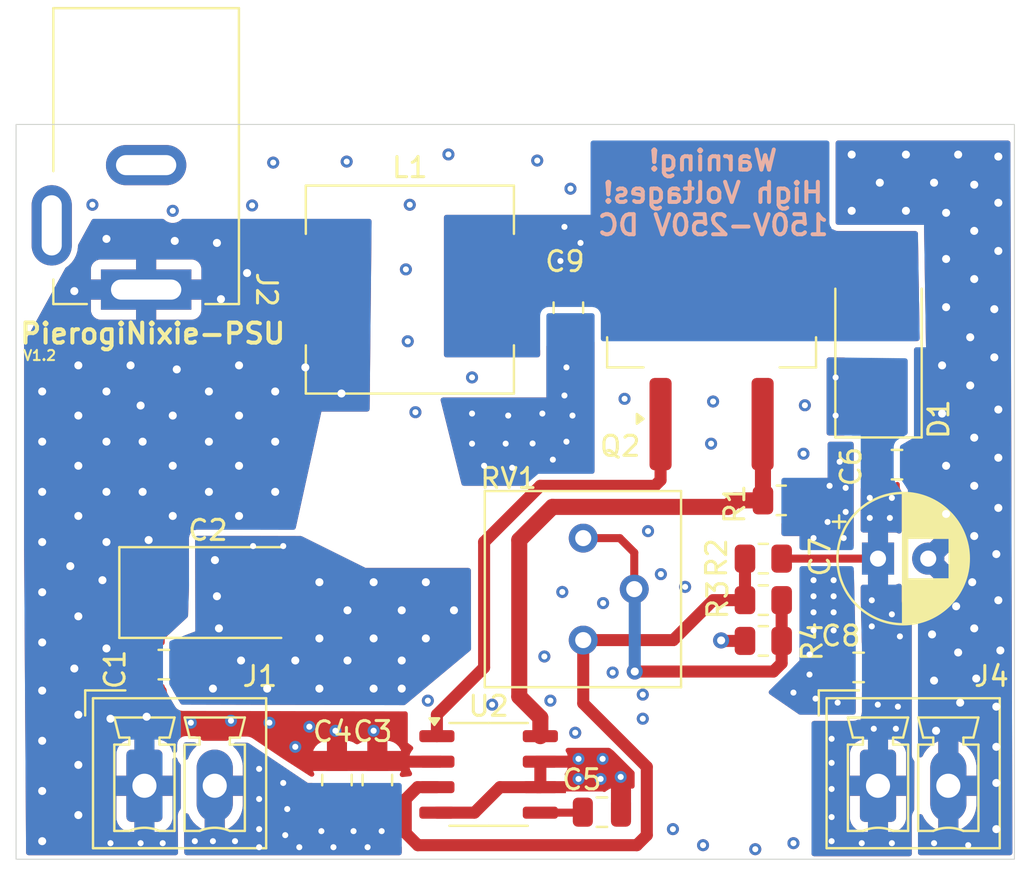
<source format=kicad_pcb>
(kicad_pcb (version 20240108) (generator "pcbnew") (generator_version "8.0")
  (layers (0 "F.Cu" signal) (1 "In1.Cu" power) (2 "In2.Cu" power) (31 "B.Cu" signal) (34 "B.Paste" user) (35 "F.Paste" user) (36 "B.SilkS" user "B.Silkscreen") (37 "F.SilkS" user "F.Silkscreen") (38 "B.Mask" user) (39 "F.Mask" user) (44 "Edge.Cuts" user))
  (net 0 "")
  (net 1 "GND")
  (net 2 "/FB")
  (net 3 "Net-(D1-A)")
  (net 4 "Net-(R3-Pad1)")
  (net 5 "+12V")
  (net 6 "Net-(U2-REF)")
  (net 7 "VCC")
  (net 8 "Net-(Q2-S)")
  (net 9 "Net-(Q2-G)")
  (footprint "Package_TO_SOT_SMD:TO-263-2" (layer "F.Cu") (at 55.425 28.675 90)
    (property "Reference" "Q2" (at -8.75 -4.55 180) (layer "F.SilkS"))
    (property "Value" "IRF740" (hide yes))
    (pad "1" smd roundrect (at -7.65 -2.54 90) (size 4.6 1.1) (layers "F.Cu" "F.Paste" "F.Mask") (roundrect_rratio 0.227273) (net 9 "Net-(Q2-G)"))
    (pad "2" smd roundrect (at -0.925 -2.775 90) (size 4.55 5.25) (layers "F.Cu" "F.Paste") (roundrect_rratio 0.054945) (net 3 "Net-(D1-A)"))
    (pad "2" smd roundrect (at -0.925 2.775 90) (size 4.55 5.25) (layers "F.Cu" "F.Paste") (roundrect_rratio 0.054945) (net 3 "Net-(D1-A)"))
    (pad "2" smd roundrect (at 1.5 0 90) (size 9.4 10.8) (layers "F.Cu" "F.Mask") (roundrect_rratio 0.026596) (net 3 "Net-(D1-A)"))
    (pad "2" smd roundrect (at 3.925 -2.775 90) (size 4.55 5.25) (layers "F.Cu" "F.Paste") (roundrect_rratio 0.054945) (net 3 "Net-(D1-A)"))
    (pad "2" smd roundrect (at 3.925 2.775 90) (size 4.55 5.25) (layers "F.Cu" "F.Paste") (roundrect_rratio 0.054945) (net 3 "Net-(D1-A)"))
    (pad "3" smd roundrect (at -7.65 2.54 90) (size 4.6 1.1) (layers "F.Cu" "F.Paste" "F.Mask") (roundrect_rratio 0.227273) (net 8 "Net-(Q2-S)"))
  )
  (footprint "MountingHole:MountingHole_3.5mm" (layer "F.Cu") (at 56.455 53.225)
    (property "Reference" "H1" (hide yes))
    (property "Value" "MountingHole" (hide yes))
    (pad "" np_thru_hole circle (at 0 0) (size 3.5 3.5) (drill 3.5) (layers "*.Cu" "*.Mask"))
  )
  (footprint "Inductor_SMD:L_Vishay_IHLP-4040" (layer "F.Cu") (at 40.405 29.625)
    (property "Reference" "L1" (at 0 -6.08 0) (layer "F.SilkS"))
    (property "Value" "100uH" (hide yes))
    (pad "1" smd rect (at -4.5075 0) (size 3.175 4.95) (layers "F.Cu" "F.Paste" "F.Mask") (net 5 "+12V"))
    (pad "2" smd rect (at 4.5075 0) (size 3.175 4.95) (layers "F.Cu" "F.Paste" "F.Mask") (net 3 "Net-(D1-A)"))
  )
  (footprint "Package_SO:SO-8_3.9x4.9mm_P1.27mm" (layer "F.Cu") (at 44.325 53.775)
    (property "Reference" "U2" (at 0 -3.4 0) (layer "F.SilkS"))
    (property "Value" "MAX1771xSA" (hide yes))
    (pad "1" smd roundrect (at -2.575 -1.905) (size 1.75 0.6) (layers "F.Cu" "F.Paste" "F.Mask") (net 9 "Net-(Q2-G)"))
    (pad "2" smd roundrect (at -2.575 -0.635) (size 1.75 0.6) (layers "F.Cu" "F.Paste" "F.Mask") (net 5 "+12V"))
    (pad "3" smd roundrect (at -2.575 0.635) (size 1.75 0.6) (layers "F.Cu" "F.Paste" "F.Mask") (net 2 "/FB"))
    (pad "4" smd roundrect (at -2.575 1.905) (size 1.75 0.6) (layers "F.Cu" "F.Paste" "F.Mask") (net 1 "GND"))
    (pad "5" smd roundrect (at 2.575 1.905) (size 1.75 0.6) (layers "F.Cu" "F.Paste" "F.Mask") (net 6 "Net-(U2-REF)"))
    (pad "6" smd roundrect (at 2.575 0.635) (size 1.75 0.6) (layers "F.Cu" "F.Paste" "F.Mask") (net 1 "GND"))
    (pad "7" smd roundrect (at 2.575 -0.635) (size 1.75 0.6) (layers "F.Cu" "F.Paste" "F.Mask") (net 1 "GND"))
    (pad "8" smd roundrect (at 2.575 -1.905) (size 1.75 0.6) (layers "F.Cu" "F.Paste" "F.Mask") (net 8 "Net-(Q2-S)"))
  )
  (footprint "MountingHole:MountingHole_3.5mm" (layer "F.Cu") (at 39.155 39.675)
    (property "Reference" "H2" (hide yes))
    (property "Value" "MountingHole" (hide yes))
    (pad "" np_thru_hole circle (at 0 0) (size 3.5 3.5) (drill 3.5) (layers "*.Cu" "*.Mask"))
  )
  (footprint "Connector_Phoenix_MC:PhoenixContact_MCV_1,5_2-G-3.5_1x02_P3.50mm_Vertical" (layer "F.Cu") (at 27.19 54.34)
    (property "Reference" "J1" (at 5.75 -5.45 0) (layer "F.SilkS"))
    (property "Value" "1984617" (hide yes))
    (pad "1" thru_hole roundrect (at 0 0) (size 1.8 3.6) (drill 1.2) (layers "*.Cu" "*.Mask") (roundrect_rratio 0.138889) (net 5 "+12V"))
    (pad "2" thru_hole oval (at 3.5 0) (size 1.8 3.6) (drill 1.2) (layers "*.Cu" "*.Mask") (net 1 "GND"))
  )
  (footprint "Capacitor_SMD:C_0805_2012Metric" (layer "F.Cu") (at 36.775 54.055 -90)
    (property "Reference" "C4" (at -2.41 0.22 0) (layer "F.SilkS"))
    (property "Value" "10uF" (hide yes))
    (pad "1" smd roundrect (at -0.95 0 270) (size 1 1.45) (layers "F.Cu" "F.Paste" "F.Mask") (net 5 "+12V"))
    (pad "2" smd roundrect (at 0.95 0 270) (size 1 1.45) (layers "F.Cu" "F.Paste" "F.Mask") (net 1 "GND"))
  )
  (footprint "Resistor_SMD:R_0805_2012Metric" (layer "F.Cu") (at 58 47.125 180)
    (property "Reference" "R4" (at -2.43 -0.03 90) (layer "F.SilkS"))
    (property "Value" "10K" (hide yes))
    (pad "1" smd roundrect (at -0.9125 0 180) (size 1.025 1.4) (layers "F.Cu" "F.Paste" "F.Mask") (roundrect_rratio 0.243902) (net 4 "Net-(R3-Pad1)"))
    (pad "2" smd roundrect (at 0.9125 0 180) (size 1.025 1.4) (layers "F.Cu" "F.Paste" "F.Mask") (roundrect_rratio 0.243902) (net 1 "GND"))
  )
  (footprint "Diode_SMD:D_SMB_Handsoldering" (layer "F.Cu") (at 63.735 32.28 90)
    (property "Reference" "D1" (at -3.8 3 90) (layer "F.SilkS"))
    (property "Value" "ES2F-E3" (hide yes))
    (pad "1" smd roundrect (at -2.7 0 90) (size 3.5 2.3) (layers "F.Cu" "F.Paste" "F.Mask") (roundrect_rratio 0.1086956522) (net 7 "VCC"))
    (pad "2" smd roundrect (at 2.7 0 90) (size 3.5 2.3) (layers "F.Cu" "F.Paste" "F.Mask") (roundrect_rratio 0.1086956522) (net 3 "Net-(D1-A)"))
  )
  (footprint "Resistor_SMD:R_0805_2012Metric" (layer "F.Cu") (at 58.895 40.125 180)
    (property "Reference" "R1" (at 2.32 -0.18 90) (layer "F.SilkS"))
    (property "Value" "50m" (hide yes))
    (pad "1" smd roundrect (at -0.9125 0 180) (size 1.025 1.4) (layers "F.Cu" "F.Paste" "F.Mask") (roundrect_rratio 0.243902) (net 1 "GND"))
    (pad "2" smd roundrect (at 0.9125 0 180) (size 1.025 1.4) (layers "F.Cu" "F.Paste" "F.Mask") (roundrect_rratio 0.243902) (net 8 "Net-(Q2-S)"))
  )
  (footprint "Connector_BarrelJack:BarrelJack_Kycon_KLDX-0202-xC_Horizontal" (layer "F.Cu") (at 27.275 29.625 -90)
    (property "Reference" "J2" (at 0 -6 -90) (layer "F.SilkS"))
    (property "Value" "Barrel Jack" (hide yes))
    (pad "1" thru_hole rect (at 0 0 270) (size 2 4.5) (drill oval 1 3.5) (layers "*.Cu" "*.Mask") (net 5 "+12V"))
    (pad "2" thru_hole oval (at -6.2 0 270) (size 2 4) (drill oval 1 3) (layers "*.Cu" "*.Mask") (net 1 "GND"))
    (pad "3" thru_hole oval (at -3.2 4.7) (size 2 4) (drill oval 1 3) (layers "*.Cu" "*.Mask"))
  )
  (footprint "Capacitor_SMD:C_0805_2012Metric" (layer "F.Cu") (at 62.745 48.445 180)
    (property "Reference" "C8" (at 0.89 1.57 180) (layer "F.SilkS"))
    (property "Value" "0.1uF" (hide yes))
    (pad "1" smd roundrect (at -0.95 0 180) (size 1 1.45) (layers "F.Cu" "F.Paste" "F.Mask") (net 7 "VCC"))
    (pad "2" smd roundrect (at 0.95 0 180) (size 1 1.45) (layers "F.Cu" "F.Paste" "F.Mask") (net 1 "GND"))
  )
  (footprint "Capacitor_SMD:C_0805_2012Metric" (layer "F.Cu") (at 49.965 55.655)
    (property "Reference" "C5" (at -1 -1.62 180) (layer "F.SilkS"))
    (property "Value" "0.1uF" (hide yes))
    (pad "1" smd roundrect (at -0.95 0) (size 1 1.45) (layers "F.Cu" "F.Paste" "F.Mask") (net 6 "Net-(U2-REF)"))
    (pad "2" smd roundrect (at 0.95 0) (size 1 1.45) (layers "F.Cu" "F.Paste" "F.Mask") (net 1 "GND"))
  )
  (footprint "Connector_Phoenix_MC:PhoenixContact_MCV_1,5_2-G-3.5_1x02_P3.50mm_Vertical" (layer "F.Cu") (at 63.71 54.34)
    (property "Reference" "J4" (at 5.65 -5.45 0) (layer "F.SilkS"))
    (property "Value" "1984617" (hide yes))
    (pad "1" thru_hole roundrect (at 0 0) (size 1.8 3.6) (drill 1.2) (layers "*.Cu" "*.Mask") (roundrect_rratio 0.138889) (net 7 "VCC"))
    (pad "2" thru_hole oval (at 3.5 0) (size 1.8 3.6) (drill 1.2) (layers "*.Cu" "*.Mask") (net 1 "GND"))
  )
  (footprint "Capacitor_SMD:C_0805_2012Metric" (layer "F.Cu") (at 48.295 30.525 -90)
    (property "Reference" "C9" (at -2.3 0.17 180) (layer "F.SilkS"))
    (property "Value" "0.1uF" (hide yes))
    (pad "1" smd roundrect (at -0.95 0 270) (size 1 1.45) (layers "F.Cu" "F.Paste" "F.Mask") (net 3 "Net-(D1-A)"))
    (pad "2" smd roundrect (at 0.95 0 270) (size 1 1.45) (layers "F.Cu" "F.Paste" "F.Mask") (net 1 "GND"))
  )
  (footprint "Resistor_SMD:R_0805_2012Metric" (layer "F.Cu") (at 58 43.025)
    (property "Reference" "R2" (at -2.33 -0.03 90) (layer "F.SilkS"))
    (property "Value" "1.5M" (hide yes))
    (pad "1" smd roundrect (at -0.9125 0) (size 1.025 1.4) (layers "F.Cu" "F.Paste" "F.Mask") (roundrect_rratio 0.243902) (net 2 "/FB"))
    (pad "2" smd roundrect (at 0.9125 0) (size 1.025 1.4) (layers "F.Cu" "F.Paste" "F.Mask") (roundrect_rratio 0.243902) (net 7 "VCC"))
  )
  (footprint "Capacitor_THT:CP_Radial_D6.3mm_P2.50mm" (layer "F.Cu") (at 63.709759 43.025)
    (property "Reference" "C7" (at -2.884759 -0.084759 90) (layer "F.SilkS"))
    (property "Value" "4.7uF" (hide yes))
    (pad "1" thru_hole rect (at 0 0) (size 1.6 1.6) (drill 0.8) (layers "*.Cu" "*.Mask") (net 7 "VCC"))
    (pad "2" thru_hole circle (at 2.5 0) (size 1.6 1.6) (drill 0.8) (layers "*.Cu" "*.Mask") (net 1 "GND"))
  )
  (footprint "Capacitor_SMD:C_0805_2012Metric" (layer "F.Cu") (at 28.155 48.305)
    (property "Reference" "C1" (at -2.43 0.24 90) (layer "F.SilkS"))
    (property "Value" "0.1uF" (hide yes))
    (pad "1" smd roundrect (at -0.95 0) (size 1 1.45) (layers "F.Cu" "F.Paste" "F.Mask") (net 5 "+12V"))
    (pad "2" smd roundrect (at 0.95 0) (size 1 1.45) (layers "F.Cu" "F.Paste" "F.Mask") (net 1 "GND"))
  )
  (footprint "Potentiometer_THT:Potentiometer_Bourns_3386P_Vertical" (layer "F.Cu") (at 49.035 47.085)
    (property "Reference" "RV1" (at -3.715 -8.055 0) (layer "F.SilkS"))
    (property "Value" "5K" (hide yes))
    (pad "1" thru_hole circle (at 0 0) (size 1.44 1.44) (drill 0.8) (layers "*.Cu" "*.Mask") (net 2 "/FB"))
    (pad "2" thru_hole circle (at 2.54 -2.54) (size 1.44 1.44) (drill 0.8) (layers "*.Cu" "*.Mask") (net 4 "Net-(R3-Pad1)"))
    (pad "3" thru_hole circle (at 0 -5.08) (size 1.44 1.44) (drill 0.8) (layers "*.Cu" "*.Mask") (net 4 "Net-(R3-Pad1)"))
  )
  (footprint "Resistor_SMD:R_0805_2012Metric" (layer "F.Cu") (at 58 45.095 180)
    (property "Reference" "R3" (at 2.27 0.03 90) (layer "F.SilkS"))
    (property "Value" "3.4K" (hide yes))
    (pad "1" smd roundrect (at -0.9125 0 180) (size 1.025 1.4) (layers "F.Cu" "F.Paste" "F.Mask") (roundrect_rratio 0.243902) (net 4 "Net-(R3-Pad1)"))
    (pad "2" smd roundrect (at 0.9125 0 180) (size 1.025 1.4) (layers "F.Cu" "F.Paste" "F.Mask") (roundrect_rratio 0.243902) (net 2 "/FB"))
  )
  (footprint "Capacitor_SMD:C_0805_2012Metric" (layer "F.Cu") (at 38.785 54.055 -90)
    (property "Reference" "C3" (at -2.42 0.23 0) (layer "F.SilkS"))
    (property "Value" "0.1uF" (hide yes))
    (pad "1" smd roundrect (at -0.95 0 270) (size 1 1.45) (layers "F.Cu" "F.Paste" "F.Mask") (net 5 "+12V"))
    (pad "2" smd roundrect (at 0.95 0 270) (size 1 1.45) (layers "F.Cu" "F.Paste" "F.Mask") (net 1 "GND"))
  )
  (footprint "Capacitor_SMD:C_0805_2012Metric" (layer "F.Cu") (at 64.655 38.345)
    (property "Reference" "C6" (at -2.29 0.1 90) (layer "F.SilkS"))
    (property "Value" "0.1uF" (hide yes))
    (pad "1" smd roundrect (at -0.95 0) (size 1 1.45) (layers "F.Cu" "F.Paste" "F.Mask") (net 7 "VCC"))
    (pad "2" smd roundrect (at 0.95 0) (size 1 1.45) (layers "F.Cu" "F.Paste" "F.Mask") (net 1 "GND"))
  )
  (footprint "Capacitor_Tantalum_SMD:CP_EIA-7343-30_AVX-N" (layer "F.Cu") (at 30.35 44.715)
    (property "Reference" "C2" (at 0 -3.1 0) (layer "F.SilkS"))
    (property "Value" "100uF" (hide yes))
    (pad "1" smd roundrect (at -3.1125 0) (size 2.075 2.55) (layers "F.Cu" "F.Paste" "F.Mask") (roundrect_rratio 0.120482) (net 5 "+12V"))
    (pad "2" smd roundrect (at 3.1125 0) (size 2.075 2.55) (layers "F.Cu" "F.Paste" "F.Mask") (roundrect_rratio 0.120482) (net 1 "GND"))
  )
  (gr_rect (start 20.8 21.4) (end 70.5 58) (stroke (width 0.05)) (fill none) (layer "Edge.Cuts"))
  (gr_text "Warning!\nHigh Voltages!\n150V-250V DC" (at 55.5 27 0) (layer "B.SilkS") (effects (font (size 1 1) (thickness 0.2) (bold yes)) (justify bottom mirror)))
  (gr_text "PierogiNixie-PSU" (at 20.9 32.4 0) (layer "F.SilkS") (effects (font (size 1 1) (thickness 0.2) (bold yes)) (justify left bottom)))
  (gr_text "V1.2" (at 21.1 33.2 0) (layer "F.SilkS") (effects (font (size 0.5 0.5) (thickness 0.1)) (justify left bottom)))
  (segment (start 55.925 47.125) (end 55.9 47.1) (width 0.6) (layer "F.Cu") (net 1))
  (segment (start 46.9 54.41) (end 44.89 54.41) (width 0.6) (layer "F.Cu") (net 1))
  (segment (start 43.62 55.68) (end 41.75 55.68) (width 0.6) (layer "F.Cu") (net 1))
  (segment (start 44.89 54.41) (end 43.62 55.68) (width 0.6) (layer "F.Cu") (net 1))
  (segment (start 57.0875 47.125) (end 55.925 47.125) (width 0.6) (layer "F.Cu") (net 1))
  (via (at 32.6 42.4) (size 0.6) (drill 0.3) (layers "F.Cu" "B.Cu") (net 1))
  (via (at 44.5 50.3) (size 0.6) (drill 0.3) (layers "F.Cu" "B.Cu") (net 1))
  (via (at 45.3 35.9) (size 0.6) (drill 0.3) (layers "F.Cu" "B.Cu") (net 1))
  (via (at 47.1 47.9) (size 0.6) (drill 0.3) (layers "F.Cu" "B.Cu") (net 1))
  (via (at 41.2 44.2) (size 0.8) (drill 0.4) (layers "F.Cu" "B.Cu") (net 1))
  (via (at 35.9 49.5) (size 0.8) (drill 0.4) (layers "F.Cu" "B.Cu") (net 1))
  (via (at 63.8 24.3) (size 0.8) (drill 0.4) (layers "F.Cu" "B.Cu") (net 1))
  (via (at 48.1 34.9) (size 0.6) (drill 0.3) (layers "F.Cu" "B.Cu") (net 1))
  (via (at 69.6 42.8) (size 0.8) (drill 0.4) (layers "F.Cu" "B.Cu") (net 1))
  (via (at 34.1 42.4) (size 0.6) (drill 0.3) (layers "F.Cu" "B.Cu") (net 1))
  (via (at 50 53) (size 0.6) (drill 0.3) (layers "F.Cu" "B.Cu") (net 1))
  (via (at 48.8 53) (size 0.6) (drill 0.3) (layers "F.Cu" "B.Cu") (net 1))
  (via (at 68.5 29.1) (size 0.8) (drill 0.4) (layers "F.Cu" "B.Cu") (net 1))
  (via (at 68.5 46.5) (size 0.8) (drill 0.4) (layers "F.Cu" "B.Cu") (net 1))
  (via (at 47.4 50.1) (size 0.6) (drill 0.3) (layers "F.Cu" "B.Cu") (net 1))
  (via (at 68.5 26.7) (size 0.8) (drill 0.4) (layers "F.Cu" "B.Cu") (net 1))
  (via (at 32 48.1) (size 0.8) (drill 0.4) (layers "F.Cu" "B.Cu") (net 1))
  (via (at 55.4 37.3) (size 0.6) (drill 0.3) (layers "F.Cu" "B.Cu") (net 1))
  (via (at 32.9 55) (size 0.6) (drill 0.3) (layers "F.Cu" "B.Cu") (net 1))
  (via (at 66.9 33.4) (size 0.8) (drill 0.4) (layers "F.Cu" "B.Cu") (net 1))
  (via (at 69.7 25.3) (size 0.8) (drill 0.4) (layers "F.Cu" "B.Cu") (net 1))
  (via (at 48.636801 51.699346) (size 0.6) (drill 0.3) (layers "F.Cu" "B.Cu") (net 1))
  (via (at 33.6 23.3) (size 0.6) (drill 0.3) (layers "F.Cu" "B.Cu") (net 1))
  (via (at 43.5 35.8) (size 0.6) (drill 0.3) (layers "F.Cu" "B.Cu") (net 1))
  (via (at 66.5 24.3) (size 0.8) (drill 0.4) (layers "F.Cu" "B.Cu") (net 1))
  (via (at 69.6 54.2) (size 0.8) (drill 0.4) (layers "F.Cu" "B.Cu") (net 1))
  (via (at 61.7 50.2) (size 0.6) (drill 0.3) (layers "F.Cu" "B.Cu") (net 1))
  (via (at 67.6 45.4) (size 0.8) (drill 0.4) (layers "F.Cu" "B.Cu") (net 1))
  (via (at 42.6 45.6) (size 0.8) (drill 0.4) (layers "F.Cu" "B.Cu") (net 1))
  (via (at 48.8 54) (size 0.6) (drill 0.3) (layers "F.Cu" "B.Cu") (net 1))
  (via (at 69.6 52.4) (size 0.8) (drill 0.4) (layers "F.Cu" "B.Cu") (net 1))
  (via (at 59.5 57.2) (size 0.6) (drill 0.3) (layers "F.Cu" "B.Cu") (net 1))
  (via (at 35.9 47) (size 0.8) (drill 0.4) (layers "F.Cu" "B.Cu") (net 1))
  (via (at 66.5 57.2) (size 0.6) (drill 0.3) (layers "F.Cu" "B.Cu") (net 1))
  (via (at 47 35.8) (size 0.6) (drill 0.3) (layers "F.Cu" "B.Cu") (net 1))
  (via (at 37.3 45.6) (size 0.8) (drill 0.4) (layers "F.Cu" "B.Cu") (net 1))
  (via (at 40.206513 28.618586) (size 0.6) (drill 0.3) (layers "F.Cu" "B.Cu") (net 1))
  (via (at 60.3 48.8) (size 0.6) (drill 0.3) (layers "F.Cu" "B.Cu") (net 1))
  (via (at 68.4 44.2) (size 0.8) (drill 0.4) (layers "F.Cu" "B.Cu") (net 1))
  (via (at 55 57.3) (size 0.6) (drill 0.3) (layers "F.Cu" "B.Cu") (net 1))
  (via (at 67.8 50.2) (size 0.8) (drill 0.4) (layers "F.Cu" "B.Cu") (net 1))
  (via (at 66.5 49.1) (size 0.8) (drill 0.4) (layers "F.Cu" "B.Cu") (net 1))
  (via (at 30.9 46.5) (size 0.8) (drill 0.4) (layers "F.Cu" "B.Cu") (net 1))
  (via (at 68.5 37) (size 0.8) (drill 0.4) (layers "F.Cu" "B.Cu") (net 1))
  (via (at 31.7 57.1) (size 0.6) (drill 0.3) (layers "F.Cu" "B.Cu") (net 1))
  (via (at 60.5 44.1) (size 0.6) (drill 0.3) (layers "F.Cu" "B.Cu") (net 1))
  (via (at 62.4 25.7) (size 0.8) (drill 0.4) (layers "F.Cu" "B.Cu") (net 1))
  (via (at 69.5 30.6) (size 0.8) (drill 0.4) (layers "F.Cu" "B.Cu") (net 1))
  (via (at 32.550502 25.434227) (size 0.6) (drill 0.3) (layers "F.Cu" "B.Cu") (net 1))
  (via (at 30.7 43.1) (size 0.8) (drill 0.4) (layers "F.Cu" "B.Cu") (net 1))
  (via (at 34.1 54.2) (size 0.6) (drill 0.3) (layers "F.Cu" "B.Cu") (net 1))
  (via (at 48.2 37.2) (size 0.6) (drill 0.3) (layers "F.Cu" "B.Cu") (net 1))
  (via (at 61.8 38.2) (size 0.6) (drill 0.3) (layers "F.Cu" "B.Cu") (net 1))
  (via (at 65.1 25.7) (size 0.8) (drill 0.4) (layers "F.Cu" "B.Cu") (net 1))
  (via (at 38.6 47) (size 0.8) (drill 0.4) (layers "F.Cu" "B.Cu") (net 1))
  (via (at 43.5 34) (size 0.6) (drill 0.3) (layers "F.Cu" "B.Cu") (net 1))
  (via (at 61.5 44.1) (size 0.6) (drill 0.3) (layers "F.Cu" "B.Cu") (net 1))
  (via (at 69.7 23) (size 0.8) (drill 0.4) (layers "F.Cu" "B.Cu") (net 1))
  (via (at 57.6 57.5) (size 0.6) (drill 0.3) (layers "F.Cu" "B.Cu") (net 1))
  (via (at 69.7 35.6) (size 0.8) (drill 0.4) (layers "F.Cu" "B.Cu") (net 1))
  (via (at 68.5 41.9) (size 0.8) (drill 0.4) (layers "F.Cu" "B.Cu") (net 1))
  (via (at 60.5 44.9) (size 0.6) (drill 0.3) (layers "F.Cu" "B.Cu") (net 1))
  (via (at 62.4 22.9) (size 0.8) (drill 0.4) (layers "F.Cu" "B.Cu") (net 1))
  (via (at 68.5 24.4) (size 0.8) (drill 0.4) (layers "F.Cu" "B.Cu") (net 1))
  (via (at 69.5 33) (size 0.8) (drill 0.4) (layers "F.Cu" "B.Cu") (net 1))
  (via (at 53.5 56.5) (size 0.6) (drill 0.3) (layers "F.Cu" "B.Cu") (net 1))
  (via (at 30.8 44.9) (size 0.8) (drill 0.4) (layers "F.Cu" "B.Cu") (net 1))
  (via (at 60.070004 35.387977) (size 0.6) (drill 0.3) (layers "F.Cu" "B.Cu") (net 1))
  (via (at 40.3 32.2) (size 0.6) (drill 0.3) (layers "F.Cu" "B.Cu") (net 1))
  (via (at 67.7 47.7) (size 0.8) (drill 0.4) (layers "F.Cu" "B.Cu") (net 1))
  (via (at 47.522584 38.095358) (size 0.6) (drill 0.3) (layers "F.Cu" "B.Cu") (net 1))
  (via (at 35.9 44.2) (size 0.8) (drill 0.4) (layers "F.Cu" "B.Cu") (net 1))
  (via (at 41.3 50.1) (size 0.6) (drill 0.3) (layers "F.Cu" "B.Cu") (net 1))
  (via (at 55.9 47.1) (size 0.8) (drill 0.4) (layers "F.Cu" "B.Cu") (net 1))
  (via (at 60.6 50) (size 0.6) (drill 0.3) (layers "F.Cu" "B.Cu") (net 1))
  (via (at 46.744612 23.198401) (size 0.6) (drill 0.3) (layers "F.Cu" "B.Cu") (net 1))
  (via (at 40.68078 35.732579) (size 0.6) (drill 0.3) (layers "F.Cu" "B.Cu") (net 1))
  (via (at 32.9 53.5) (size 0.6) (drill 0.3) (layers "F.Cu" "B.Cu") (net 1))
  (via (at 61.5 44.9) (size 0.6) (drill 0.3) (layers "F.Cu" "B.Cu") (net 1))
  (via (at 66.9 35.8) (size 0.8) (drill 0.4) (layers "F.Cu" "B.Cu") (net 1))
  (via (at 48.2 33.5) (size 0.6) (drill 0.3) (layers "F.Cu" "B.Cu") (net 1))
  (via (at 60.5 45.7) (size 0.6) (drill 0.3) (layers "F.Cu" "B.Cu") (net 1))
  (via (at 59.5 49.7) (size 0.6) (drill 0.3) (layers "F.Cu" "B.Cu") (net 1))
  (via (at 36.6 57.4) (size 0.6) (drill 0.3) (layers "F.Cu" "B.Cu") (net 1))
  (via (at 69.7 40.5) (size 0.8) (drill 0.4) (layers "F.Cu" "B.Cu") (net 1))
  (via (at 68.3 34.4) (size 0.8) (drill 0.4) (layers "F.Cu" "B.Cu") (net 1))
  (via (at 62 42) (size 0.6) (drill 0.3) (layers "F.Cu" "B.Cu") (net 1))
  (via (at 62.1 39.5) (size 0.6) (drill 0.3) (layers "F.Cu" "B.Cu") (net 1))
  (via (at 32.9 56.5) (size 0.6) (drill 0.3) (layers "F.Cu" "B.Cu") (net 1))
  (via (at 52.9 43.8) (size 0.6) (drill 0.3) (layers "F.Cu" "B.Cu") (net 1))
  (via (at 38.6 49.5) (size 0.8) (drill 0.4) (layers "F.Cu" "B.Cu") (net 1))
  (via (at 37.3 48.1) (size 0.8) (drill 0.4) (layers "F.Cu" "B.Cu") (net 1))
  (via (at 49.9 54) (size 0.6) (drill 0.3) (layers "F.Cu" "B.Cu") (net 1))
  (via (at 69.6 50.4) (size 0.8) (drill 0.4) (layers "F.Cu" "B.Cu") (net 1))
  (via (at 60.5 42) (size 0.6) (drill 0.3) (layers "F.Cu" "B.Cu") (net 1))
  (via (at 67.1 30.5) (size 0.8) (drill 0.4) (layers "F.Cu" "B.Cu") (net 1))
  (via (at 42.323773 22.893516) (size 0.6) (drill 0.3) (layers "F.Cu" "B.Cu") (net 1))
  (via (at 50.9 53.9) (size 0.6) (drill 0.3) (layers "F.Cu" "B.Cu") (net 1))
  (via (at 55.5 35.2) (size 0.6) (drill 0.3) (layers "F.Cu" "B.Cu") (net 1))
  (via (at 52 51) (size 0.6) (drill 0.3) (layers "F.Cu" "B.Cu") (net 1))
  (via (at 68.2 57.3) (size 0.6) (drill 0.3) (layers "F.Cu" "B.Cu") (net 1))
  (via (at 50.5 48.7) (size 0.6) (drill 0.3) (layers "F.Cu" "B.Cu") (net 1))
  (via (at 40.4 25.4) (size 0.6) (drill 0.3) (layers "F.Cu" "B.Cu") (net 1))
  (via (at 38.3 57.4) (size 0.6) (drill 0.3) (layers "F.Cu" "B.Cu") (net 1))
  (via (at 44.1 38.4) (size 0.6) (drill 0.3) (layers "F.Cu" "B.Cu") (net 1))
  (via (at 50.024397 45.24116) (size 0.6) (drill 0.3) (layers "F.Cu" "B.Cu") (net 1))
  (via (at 69.6 56.5) (size 0.8) (drill 0.4) (layers "F.Cu" "B.Cu") (net 1))
  (via (at 65.1 22.9) (size 0.8) (drill 0.4) (layers "F.Cu" "B.Cu") (net 1))
  (via (at 69.7 27.7) (size 0.8) (drill 0.4) (layers "F.Cu" "B.Cu") (net 1))
  (via (at 34.9 57.4) (size 0.6) (drill 0.3) (layers "F.Cu" "B.Cu") (net 1))
  (via (at 30.6 57.1) (size 0.6) (drill 0.3) (layers "F.Cu" "B.Cu") (net 1))
  (via (at 39 56.6) (size 0.6) (drill 0.3) (layers "F.Cu" "B.Cu") (net 1))
  (via (at 45.173837 37.297386) (size 0.6) (drill 0.3) (layers "F.Cu" "B.Cu") (net 1))
  (via (at 48.5 35.9) (size 0.6) (drill 0.3) (layers "F.Cu" "B.Cu") (net 1))
  (via (at 37.259288 23.249215) (size 0.6) (drill 0.3) (layers "F.Cu" "B.Cu") (net 1))
  (via (at 29.7 57.1) (size 0.6) (drill 0.3) (layers "F.Cu" "B.Cu") (net 1))
  (via (at 43.5 37.3) (size 0.6) (drill 0.3) (layers "F.Cu" "B.Cu") (net 1))
  (via (at 61.2 41.2) (size 0.6) (drill 0.3) (layers "F.Cu" "B.Cu") (net 1))
  (via (at 62.1 40.7) (size 0.6) (drill 0.3) (layers "F.Cu" "B.Cu") (net 1))
  (via (at 60 37.8) (size 0.6) (drill 0.3) (layers "F.Cu" "B.Cu") (net 1))
  (via (at 34.3 55.5) (size 0.6) (drill 0.3) (layers "F.Cu" "B.Cu") (net 1))
  (via (at 45.5 38.5) (size 0.6) (drill 0.3) (layers "F.Cu" "B.Cu") (net 1))
  (via (at 61.3 39.4) (size 0.6) (drill 0.3) (layers "F.Cu" "B.Cu") (net 1))
  (via (at 46.513827 37.289858) (size 0.6) (drill 0.3) (layers "F.Cu" "B.Cu") (net 1))
  (via (at 68.3 32) (size 0.8) (drill 0.4) (layers "F.Cu" "B.Cu") (net 1))
  (via (at 47.993154 44.686982) (size 0.6) (drill 0.3) (layers "F.Cu" "B.Cu") (net 1))
  (via (at 69.8 47.6) (size 0.8) (drill 0.4) (layers "F.Cu" "B.Cu") (net 1))
  (via (at 68.6 49) (size 0.8) (drill 0.4) (layers "F.Cu" "B.Cu") (net 1))
  (via (at 60.5 46.6) (size 0.6) (drill 0.3) (layers "F.Cu" "B.Cu") (net 1))
  (via (at 67.1 40.8) (size 0.8) (drill 0.4) (layers "F.Cu" "B.Cu") (net 1))
  (via (at 52.26155 41.655066) (size 0.6) (drill 0.3) (layers "F.Cu" "B.Cu") (net 1))
  (via (at 36 56.6) (size 0.6) (drill 0.3) (layers "F.Cu" "B.Cu") (net 1))
  (via (at 40 48.1) (size 0.8) (drill 0.4) (layers "F.Cu" "B.Cu") (net 1))
  (via (at 67.7 22.9) (size 0.8) (drill 0.4) (layers "F.Cu" "B.Cu") (net 1))
  (via (at 67.1 38.4) (size 0.8) (drill 0.4) (layers "F.Cu" "B.Cu") (net 1))
  (via (at 33.3 49.5) (size 0.8) (drill 0.4) (layers "F.Cu" "B.Cu") (net 1))
  (via (at 24.6 25.4) (size 0.6) (drill 0.3) (layers "F.Cu" "B.Cu") (net 1))
  (via (at 32.9 57.4) (size 0.6) (drill 0.3) (layers "F.Cu" "B.Cu") (net 1))
  (via (at 69.7 38) (size 0.8) (drill 0.4) (layers "F.Cu" "B.Cu") (net 1))
  (via (at 69.7 45.1) (size 0.8) (drill 0.4) (layers "F.Cu" "B.Cu") (net 1))
  (via (at 30.6 49.5) (size 0.8) (drill 0.4) (layers "F.Cu" "B.Cu") (net 1))
  (via (at 52 49.8) (size 0.6) (drill 0.3) (layers "F.Cu" "B.Cu") (net 1))
  (via (at 38.6 44.2) (size 0.8) (drill 0.4) (layers "F.Cu" "B.Cu") (net 1))
  (via (at 34.7 48.1) (size 0.8) (drill 0.4) (layers "F.Cu" "B.Cu") (net 1))
  (via (at 34.2 56.8) (size 0.6) (drill 0.3) (layers "F.Cu" "B.Cu") (net 1))
  (via (at 67.1 28.1) (size 0.8) (drill 0.4) (layers "F.Cu" "B.Cu") (net 1))
  (via (at 66.6 51.6) (size 0.8) (drill 0.4) (layers "F.Cu" "B.Cu") (net 1))
  (via (at 66.4 46.8) (size 0.8) (drill 0.4) (layers "F.Cu" "B.Cu") (net 1))
  (via (at 61.5 45.7) (size 0.6) (drill 0.3) (layers "F.Cu" "B.Cu") (net 1))
  (via (at 54.1078 44.432911) (size 0.6) (drill 0.3) (layers "F.Cu" "B.Cu") (net 1))
  (via (at 61.5 46.6) (size 0.6) (drill 0.3) (layers "F.Cu" "B.Cu") (net 1))
  (via (at 40 45.6) (size 0.8) (drill 0.4) (layers "F.Cu" "B.Cu") (net 1))
  (via (at 67.1 25.8) (size 0.8) (drill 0.4) (layers "F.Cu" "B.Cu") (net 1))
  (via (at 51.092822 35.066153) (size 0.6) (drill 0.3) (layers "F.Cu" "B.Cu") (net 1))
  (via (at 60.3 47.8) (size 0.6) (drill 0.3) (layers "F.Cu" "B.Cu") (net 1))
  (via (at 37.6 56.6) (size 0.6) (drill 0.3) (layers "F.Cu" "B.Cu") (net 1))
  (via (at 41.2 47) (size 0.8) (drill 0.4) (layers "F.Cu" "B.Cu") (net 1))
  (via (at 68.5 39.4) (size 0.8) (drill 0.4) (layers "F.Cu" "B.Cu") (net 1))
  (via (at 48.4 24.6) (size 0.6) (drill 0.3) (layers "F.Cu" "B.Cu") (net 1))
  (via (at 40 49.5) (size 0.8) (drill 0.4) (layers "F.Cu" "B.Cu") (net 1))
  (via (at 28.6 25.7) (size 0.6) (drill 0.3) (layers "F.Cu" "B.Cu") (net 1))
  (segment (start 40.2 56.7) (end 40.2 55) (width 0.6) (layer "F.Cu") (net 2))
  (segment (start 55.505 45.095) (end 57.0875 45.095) (width 0.6) (layer "F.Cu") (net 2))
  (segment (start 57.0875 45.095) (end 57.0875 43.025) (width 0.6) (layer "F.Cu") (net 2))
  (segment (start 53.515 47.085) (end 55.505 45.095) (width 0.6) (layer "F.Cu") (net 2))
  (segment (start 40.2 55) (end 40.79 54.41) (width 0.6) (layer "F.Cu") (net 2))
  (segment (start 52.2 53.4) (end 52.2 56.8) (width 0.6) (layer "F.Cu") (net 2))
  (segment (start 51.7 57.3) (end 40.8 57.3) (width 0.6) (layer "F.Cu") (net 2))
  (segment (start 49.035 47.085) (end 49.035 50.235) (width 0.6) (layer "F.Cu") (net 2))
  (segment (start 49.035 47.085) (end 53.515 47.085) (width 0.6) (layer "F.Cu") (net 2))
  (segment (start 40.8 57.3) (end 40.2 56.7) (width 0.6) (layer "F.Cu") (net 2))
  (segment (start 52.2 56.8) (end 51.7 57.3) (width 0.6) (layer "F.Cu") (net 2))
  (segment (start 40.79 54.41) (end 41.75 54.41) (width 0.6) (layer "F.Cu") (net 2))
  (segment (start 49.035 50.235) (end 52.2 53.4) (width 0.6) (layer "F.Cu") (net 2))
  (via (at 47.9 28.2) (size 0.6) (drill 0.3) (layers "F.Cu" "B.Cu") (net 3))
  (via (at 48.9 27.3) (size 0.6) (drill 0.3) (layers "F.Cu" "B.Cu") (net 3))
  (via (at 48.1 26.5) (size 0.6) (drill 0.3) (layers "F.Cu" "B.Cu") (net 3))
  (segment (start 58.9125 47.125) (end 58.9125 48.2375) (width 0.6) (layer "F.Cu") (net 4))
  (segment (start 50.855 42.005) (end 49.035 42.005) (width 0.4) (layer "F.Cu") (net 4))
  (segment (start 58.5 48.65) (end 51.6 48.65) (width 0.6) (layer "F.Cu") (net 4))
  (segment (start 58.9125 48.2375) (end 58.5 48.65) (width 0.6) (layer "F.Cu") (net 4))
  (segment (start 51.575 42.725) (end 50.855 42.005) (width 0.4) (layer "F.Cu") (net 4))
  (segment (start 58.9125 47.125) (end 58.9125 45.095) (width 0.6) (layer "F.Cu") (net 4))
  (segment (start 51.575 44.545) (end 51.575 42.725) (width 0.4) (layer "F.Cu") (net 4))
  (via (at 51.6 48.65) (size 0.8) (drill 0.4) (layers "F.Cu" "B.Cu") (net 4))
  (segment (start 51.6 48.65) (end 51.6 44.57) (width 0.6) (layer "B.Cu") (net 4))
  (segment (start 51.6 44.57) (end 51.575 44.545) (width 0.6) (layer "B.Cu") (net 4))
  (via (at 22.1 47.2) (size 0.8) (drill 0.4) (layers "F.Cu" "B.Cu") (net 5))
  (via (at 25.3 42.2) (size 0.8) (drill 0.4) (layers "F.Cu" "B.Cu") (net 5))
  (via (at 31.9 33.4) (size 0.8) (drill 0.4) (layers "F.Cu" "B.Cu") (net 5))
  (via (at 23.9 35.9) (size 0.8) (drill 0.4) (layers "F.Cu" "B.Cu") (net 5))
  (via (at 26.5 33.4) (size 0.8) (drill 0.4) (layers "F.Cu" "B.Cu") (net 5))
  (via (at 32.3 28.8) (size 0.8) (drill 0.4) (layers "F.Cu" "B.Cu") (net 5))
  (via (at 22.1 49.6) (size 0.8) (drill 0.4) (layers "F.Cu" "B.Cu") (net 5))
  (via (at 25.3 27.1) (size 0.8) (drill 0.4) (layers "F.Cu" "B.Cu") (net 5))
  (via (at 31.5 51.1) (size 0.6) (drill 0.3) (layers "F.Cu" "B.Cu") (net 5))
  (via (at 23.9 50.8) (size 0.8) (drill 0.4) (layers "F.Cu" "B.Cu") (net 5))
  (via (at 22.1 44.7) (size 0.8) (drill 0.4) (layers "F.Cu" "B.Cu") (net 5))
  (via (at 33.41057 51.198556) (size 0.6) (drill 0.3) (layers "F.Cu" "B.Cu") (net 5))
  (via (at 23.9 53.3) (size 0.8) (drill 0.4) (layers "F.Cu" "B.Cu") (net 5))
  (via (at 27 57.2) (size 0.6) (drill 0.3) (layers "F.Cu" "B.Cu") (net 5))
  (via (at 35.2 33.5) (size 0.8) (drill 0.4) (layers "F.Cu" "B.Cu") (net 5))
  (via (at 25.3 47.5) (size 0.8) (drill 0.4) (layers "F.Cu" "B.Cu") (net 5))
  (via (at 23.9 38.4) (size 0.8) (drill 0.4) (layers "F.Cu" "B.Cu") (net 5))
  (via (at 25.1 44.1) (size 0.8) (drill 0.4) (layers "F.Cu" "B.Cu") (net 5))
  (via (at 28.1 57.2) (size 0.6) (drill 0.3) (layers "F.Cu" "B.Cu") (net 5))
  (via (at 35.4 51.4) (size 0.6) (drill 0.3) (layers "F.Cu" "B.Cu") (net 5))
  (via (at 23.9 40.9) (size 0.8) (drill 0.4) (layers "F.Cu" "B.Cu") (net 5))
  (via (at 31 30.1) (size 0.8) (drill 0.4) (layers "F.Cu" "B.Cu") (net 5))
  (via (at 25.5 51) (size 0.8) (drill 0.4) (layers "F.Cu" "B.Cu") (net 5))
  (via (at 28.8 33.6) (size 0.8) (drill 0.4) (layers "F.Cu" "B.Cu") (net 5))
  (via (at 27 35.4) (size 0.8) (drill 0.4) (layers "F.Cu" "B.Cu") (net 5))
  (via (at 23.5 43.4) (size 0.8) (drill 0.4) (layers "F.Cu" "B.Cu") (net 5))
  (via (at 29.5 51.2) (size 0.6) (drill 0.3) (layers "F.Cu" "B.Cu") (net 5))
  (via (at 22.1 37.2) (size 0.8) (drill 0.4) (layers "F.Cu" "B.Cu") (net 5))
  (via (at 33.7 37.2) (size 0.8) (drill 0.4) (layers "F.Cu" "B.Cu") (net 5))
  (via (at 31.9 38.4) (size 0.8) (drill 0.4) (layers "F.Cu" "B.Cu") (net 5))
  (via (at 22.1 57.1) (size 0.8) (drill 0.4) (layers "F.Cu" "B.Cu") (net 5))
  (via (at 23.7 29.7) (size 0.8) (drill 0.4) (layers "F.Cu" "B.Cu") (net 5))
  (via (at 36.7 51.6) (size 0.6) (drill 0.3) (layers "F.Cu" "B.Cu") (net 5))
  (via (at 25.3 39.7) (size 0.8) (drill 0.4) (layers "F.Cu" "B.Cu") (net 5))
  (via (at 28.6 38.4) (size 0.8) (drill 0.4) (layers "F.Cu" "B.Cu") (net 5))
  (via (at 31.9 35.9) (size 0.8) (drill 0.4) (layers "F.Cu" "B.Cu") (net 5))
  (via (at 22.1 52.1) (size 0.8) (drill 0.4) (layers "F.Cu" "B.Cu") (net 5))
  (via (at 27.1 37.2) (size 0.8) (drill 0.4) (layers "F.Cu" "B.Cu") (net 5))
  (via (at 23.9 45.9) (size 0.8) (drill 0.4) (layers "F.Cu" "B.Cu") (net 5))
  (via (at 25.5 57.2) (size 0.6) (drill 0.3) (layers "F.Cu" "B.Cu") (net 5))
  (via (at 34.7 52.4) (size 0.6) (drill 0.3) (layers "F.Cu" "B.Cu") (net 5))
  (via (at 22.1 34.7) (size 0.8) (drill 0.4) (layers "F.Cu" "B.Cu") (net 5))
  (via (at 28.6 35.9) (size 0.8) (drill 0.4) (layers "F.Cu" "B.Cu") (net 5))
  (via (at 30.4 37.2) (size 0.8) (drill 0.4) (layers "F.Cu" "B.Cu") (net 5))
  (via (at 33.7 39.7) (size 0.8) (drill 0.4) (layers "F.Cu" "B.Cu") (net 5))
  (via (at 27.4 42.1) (size 0.8) (drill 0.4) (layers "F.Cu" "B.Cu") (net 5))
  (via (at 23.7 48.5) (size 0.8) (drill 0.4) (layers "F.Cu" "B.Cu") (net 5))
  (via (at 22.1 54.6) (size 0.8) (drill 0.4) (layers "F.Cu" "B.Cu") (net 5))
  (via (at 22.1 39.7) (size 0.8) (drill 0.4) (layers "F.Cu" "B.Cu") (net 5))
  (via (at 23.9 33.4) (size 0.8) (drill 0.4) (layers "F.Cu" "B.Cu") (net 5))
  (via (at 23.9 55.8) (size 0.8) (drill 0.4) (layers "F.Cu" "B.Cu") (net 5))
  (via (at 31.9 40.9) (size 0.8) (drill 0.4) (layers "F.Cu" "B.Cu") (net 5))
  (via (at 27.1 39.7) (size 0.8) (drill 0.4) (layers "F.Cu" "B.Cu") (net 5))
  (via (at 22.1 42.2) (size 0.8) (drill 0.4) (layers "F.Cu" "B.Cu") (net 5))
  (via (at 30.4 34.7) (size 0.8) (drill 0.4) (layers "F.Cu" "B.Cu") (net 5))
  (via (at 30.4 39.7) (size 0.8) (drill 0.4) (layers "F.Cu" "B.Cu") (net 5))
  (via (at 30.8 27.3) (size 0.8) (drill 0.4) (layers "F.Cu" "B.Cu") (net 5))
  (via (at 28.7 27.2) (size 0.8) (drill 0.4) (layers "F.Cu" "B.Cu") (net 5))
  (via (at 37 34.8) (size 0.8) (drill 0.4) (layers "F.Cu" "B.Cu") (net 5))
  (via (at 33.7 34.7) (size 0.8) (drill 0.4) (layers "F.Cu" "B.Cu") (net 5))
  (via (at 38.6 51.6) (size 0.6) (drill 0.3) (layers "F.Cu" "B.Cu") (net 5))
  (via (at 25.3 37.2) (size 0.8) (drill 0.4) (layers "F.Cu" "B.Cu") (net 5))
  (via (at 25.3 34.7) (size 0.8) (drill 0.4) (layers "F.Cu" "B.Cu") (net 5))
  (via (at 28.6 40.9) (size 0.8) (drill 0.4) (layers "F.Cu" "B.Cu") (net 5))
  (via (at 27.3 50.9) (size 0.8) (drill 0.4) (layers "F.Cu" "B.Cu") (net 5))
  (segment (start 46.9 55.68) (end 48.99 55.68) (width 0.4) (layer "F.Cu") (net 6))
  (segment (start 58.9125 43.025) (end 63.709759 43.025) (width 0.4) (layer "F.Cu") (net 7))
  (via (at 63.4 45.1) (size 0.6) (drill 0.3) (layers "F.Cu" "B.Cu") (net 7))
  (via (at 61.6 35.9) (size 0.6) (drill 0.3) (layers "F.Cu" "B.Cu") (net 7))
  (via (at 64.4 45.8) (size 0.6) (drill 0.3) (layers "F.Cu" "B.Cu") (net 7))
  (via (at 61.6 34) (size 0.6) (drill 0.3) (layers "F.Cu" "B.Cu") (net 7))
  (via (at 64.7 50.4) (size 0.6) (drill 0.3) (layers "F.Cu" "B.Cu") (net 7))
  (via (at 63.7 50.3) (size 0.6) (drill 0.3) (layers "F.Cu" "B.Cu") (net 7))
  (via (at 61.4 53.2) (size 0.6) (drill 0.3) (layers "F.Cu" "B.Cu") (net 7))
  (via (at 62.9 57.2) (size 0.6) (drill 0.3) (layers "F.Cu" "B.Cu") (net 7))
  (via (at 64.4 57.2) (size 0.6) (drill 0.3) (layers "F.Cu" "B.Cu") (net 7))
  (via (at 64.6 51.5) (size 0.6) (drill 0.3) (layers "F.Cu" "B.Cu") (net 7))
  (via (at 63.3 40) (size 0.6) (drill 0.3) (layers "F.Cu" "B.Cu") (net 7))
  (via (at 61.4 54.5) (size 0.6) (drill 0.3) (layers "F.Cu" "B.Cu") (net 7))
  (via (at 61.4 57.1) (size 0.6) (drill 0.3) (layers "F.Cu" "B.Cu") (net 7))
  (via (at 64.3 41) (size 0.6) (drill 0.3) (layers "F.Cu" "B.Cu") (net 7))
  (via (at 64.8 46.9) (size 0.6) (drill 0.3) (layers "F.Cu" "B.Cu") (net 7))
  (via (at 64.4 40) (size 0.6) (drill 0.3) (layers "F.Cu" "B.Cu") (net 7))
  (via (at 61.4 52) (size 0.6) (drill 0.3) (layers "F.Cu" "B.Cu") (net 7))
  (via (at 63.5 51.5) (size 0.6) (drill 0.3) (layers "F.Cu" "B.Cu") (net 7))
  (via (at 63.3 41) (size 0.6) (drill 0.3) (layers "F.Cu" "B.Cu") (net 7))
  (via (at 63.4 46.4) (size 0.6) (drill 0.3) (layers "F.Cu" "B.Cu") (net 7))
  (via (at 61.4 55.9) (size 0.6) (drill 0.3) (layers "F.Cu" "B.Cu") (net 7))
  (segment (start 47.5 40.45) (end 56.25 40.45) (width 0.8) (layer "F.Cu") (net 8))
  (segment (start 46.9 50.95) (end 45.85 49.9) (width 0.8) (layer "F.Cu") (net 8))
  (segment (start 45.85 49.9) (end 45.85 42.1) (width 0.8) (layer "F.Cu") (net 8))
  (segment (start 46.9 51.87) (end 46.9 50.95) (width 0.8) (layer "F.Cu") (net 8))
  (segment (start 56.25 40.45) (end 56.575 40.125) (width 0.8) (layer "F.Cu") (net 8))
  (segment (start 57.9825 36.3425) (end 57.965 36.325) (width 0.8) (layer "F.Cu") (net 8))
  (segment (start 57.9825 40.125) (end 57.9825 36.3425) (width 0.8) (layer "F.Cu") (net 8))
  (segment (start 45.85 42.1) (end 47.5 40.45) (width 0.8) (layer "F.Cu") (net 8))
  (segment (start 56.575 40.125) (end 57.9825 40.125) (width 0.8) (layer "F.Cu") (net 8))
  (segment (start 52.6 39.4) (end 52.885 39.115) (width 0.6) (layer "F.Cu") (net 9))
  (segment (start 41.75 51.87) (end 41.75 50.8) (width 0.6) (layer "F.Cu") (net 9))
  (segment (start 52.885 39.115) (end 52.885 36.325) (width 0.6) (layer "F.Cu") (net 9))
  (segment (start 44.1 48.45) (end 44.1 42.2) (width 0.6) (layer "F.Cu") (net 9))
  (segment (start 44.1 42.2) (end 46.9 39.4) (width 0.6) (layer "F.Cu") (net 9))
  (segment (start 46.9 39.4) (end 52.6 39.4) (width 0.6) (layer "F.Cu") (net 9))
  (segment (start 41.75 50.8) (end 44.1 48.45) (width 0.6) (layer "F.Cu") (net 9))
  (zone (net 1) (net_name "GND") (layer "F.Cu") (priority 5) (connect_pads (clearance 0.3048)) (min_thickness 0.25) (fill yes (thermal_gap 0.5) (thermal_bridge_width 1) (island_removal_mode 1) (island_area_min 10))
    (polygon (pts (xy 50.35 52.45) (xy 51.775 53.55) (xy 51.775 56.625) (xy 50 56.625) (xy 50 54.625) (xy 48.175 54.625) (xy 48.175 55.1) (xy 45.725 55.1) (xy 45.725 52.45)))
  )
  (zone (net 5) (net_name "+12V") (layer "F.Cu") (priority 1) (connect_pads (clearance 0.3048)) (min_thickness 0.25) (fill yes (thermal_gap 0.5) (thermal_bridge_width 1))
    (polygon (pts (xy 42.8 53.6) (xy 39.2 54) (xy 35.65 54) (xy 32.7 52.1) (xy 29 52.1) (xy 29 50.5) (xy 35.2 50.5) (xy 40.3 50.5) (xy 40.3 52.2) (xy 40.7 52.5) (xy 42.8 52.5)))
  )
  (zone (net 1) (net_name "GND") (layers "F&B.Cu") (priority 6) (connect_pads (clearance 0.3048)) (min_thickness 0.25) (fill yes (thermal_gap 0.5) (thermal_bridge_width 1) (island_removal_mode 1) (island_area_min 10))
    (polygon (pts (xy 28.425 47.14) (xy 28.425 49.29) (xy 29.02 50.3) (xy 40.15 50.325) (xy 43.45 47.575) (xy 43.44 43.49) (xy 38.2 43.49) (xy 35 41.9) (xy 29.715 41.89) (xy 29.725 46.65)))
  )
  (zone (net 1) (net_name "GND") (layers "F&B.Cu") (priority 10) (connect_pads (clearance 0.3048)) (min_thickness 0.25) (fill yes (thermal_gap 0.5) (thermal_bridge_width 1) (island_removal_mode 1) (island_area_min 10))
    (polygon (pts (xy 58.9 39) (xy 61.2 39) (xy 61.2 37.2) (xy 62.5 37.2) (xy 62.5 42.6) (xy 59.8 42.6) (xy 59.8 41.9) (xy 58.9 41.9)))
  )
  (zone (net 5) (net_name "+12V") (layers "F&B.Cu") (connect_pads (clearance 0.3048)) (min_thickness 0.25) (fill yes (thermal_gap 0.5) (thermal_bridge_width 1))
    (polygon (pts (xy 38.5 26.1) (xy 38.4 35.7) (xy 36 35.7) (xy 34.7 41.6) (xy 29.5 41.6) (xy 29.36 45.92) (xy 28.2 47) (xy 28.2 49.4) (xy 29 50.5) (xy 29 57.8) (xy 21.3 57.8) (xy 21.2 42.5) (xy 21.2 32.3) (xy 24.6 26.1)))
  )
  (zone (net 1) (net_name "GND") (layers "F&B.Cu") (priority 4) (connect_pads (clearance 0.3048)) (min_thickness 0.25) (fill yes (thermal_gap 0.5) (thermal_bridge_width 1) (island_removal_mode 1) (island_area_min 10))
    (polygon (pts (xy 40 54.2) (xy 35.325 54.2) (xy 32.35 52.2) (xy 29.125 52.175) (xy 29.175 57.8) (xy 40 57.8)))
  )
  (zone (net 1) (net_name "GND") (layers "F&B.Cu") (priority 7) (connect_pads (clearance 0.3048)) (min_thickness 0.25) (fill yes (thermal_gap 0.5) (thermal_bridge_width 1) (smoothing chamfer) (island_removal_mode 1) (island_area_min 10))
    (polygon (pts (xy 47.2 30.8) (xy 47.2 35) (xy 41.9 35) (xy 43 39.4) (xy 46.1 39.4) (xy 46.8 38.8) (xy 49.6 38.8) (xy 49.6 30.8)))
  )
  (zone (net 1) (net_name "GND") (layers "F&B.Cu") (priority 9) (connect_pads (clearance 0.3048)) (min_thickness 0.25) (fill yes (thermal_gap 0.5) (thermal_bridge_width 1) (island_removal_mode 1) (island_area_min 10))
    (polygon (pts (xy 62.6 47.5) (xy 62.6 50.8) (xy 59.8 50.8) (xy 58.2 49.7) (xy 59.8 48.1) (xy 59.8 43.4) (xy 62.5 43.4)))
  )
  (zone (net 1) (net_name "GND") (layers "F&B.Cu") (priority 8) (connect_pads (clearance 0.3048)) (min_thickness 0.25) (fill yes (thermal_gap 0.5) (thermal_bridge_width 1) (island_removal_mode 1) (island_area_min 10))
    (polygon (pts (xy 65.7 57.8) (xy 65.7 45.7) (xy 65.2 45.2) (xy 65.2 39.6) (xy 64.8 39) (xy 64.8 37.4) (xy 65.5 37) (xy 65.5 32.5) (xy 66.1 32.5) (xy 66 26.4) (xy 61.6 26.4) (xy 61.6 22.2) (xy 70.3 22.2) (xy 70.4 57.8)))
  )
  (zone (net 3) (net_name "Net-(D1-A)") (layers "F&B.Cu") (priority 2) (connect_pads (clearance 0.3048)) (min_thickness 0.25) (fill yes (thermal_gap 0.5) (thermal_bridge_width 1) (island_removal_mode 1) (island_area_min 10))
    (polygon (pts (xy 46.8 25.9) (xy 46.9 25.9) (xy 49.4 25.9) (xy 49.4 22.2) (xy 61.4 22.2) (xy 61.4 26.6) (xy 65.9 26.6) (xy 65.9 32.2) (xy 49.7 32.2) (xy 49.7 30.6) (xy 47.1 30.6) (xy 47.1 33) (xy 42.1 33) (xy 42.1 25.9)))
  )
  (zone (net 7) (net_name "VCC") (layers "F&B.Cu") (priority 3) (connect_pads (clearance 0.3048)) (min_thickness 0.25) (fill yes (thermal_gap 0.5) (thermal_bridge_width 1) (island_removal_mode 1) (island_area_min 10))
    (polygon (pts (xy 61.15 33) (xy 61.15 36.9) (xy 62.85 36.9) (xy 62.85 51.05) (xy 60.4 51.1) (xy 60.4 57.85) (xy 65.5 57.85) (xy 65.55 46.5) (xy 65 45.55) (xy 64.9 39.45) (xy 64.55 38.9) (xy 64.6 37.25) (xy 65.3 36.85) (xy 65.3 33.05)))
  )
)
</source>
